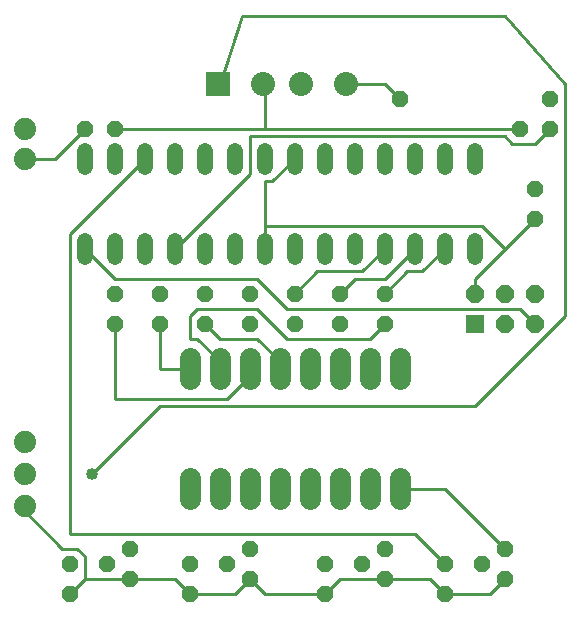
<source format=gbl>
G75*
G70*
%OFA0B0*%
%FSLAX24Y24*%
%IPPOS*%
%LPD*%
%AMOC8*
5,1,8,0,0,1.08239X$1,22.5*
%
%ADD10C,0.0700*%
%ADD11OC8,0.0520*%
%ADD12C,0.0520*%
%ADD13R,0.0600X0.0600*%
%ADD14OC8,0.0600*%
%ADD15R,0.0800X0.0800*%
%ADD16C,0.0800*%
%ADD17C,0.0740*%
%ADD18C,0.0100*%
%ADD19C,0.0400*%
D10*
X006621Y003751D02*
X006621Y004451D01*
X007621Y004451D02*
X007621Y003751D01*
X008621Y003751D02*
X008621Y004451D01*
X009621Y004451D02*
X009621Y003751D01*
X010621Y003751D02*
X010621Y004451D01*
X011621Y004451D02*
X011621Y003751D01*
X012621Y003751D02*
X012621Y004451D01*
X013621Y004451D02*
X013621Y003751D01*
X013621Y007751D02*
X013621Y008451D01*
X012621Y008451D02*
X012621Y007751D01*
X011621Y007751D02*
X011621Y008451D01*
X010621Y008451D02*
X010621Y007751D01*
X009621Y007751D02*
X009621Y008451D01*
X008621Y008451D02*
X008621Y007751D01*
X007621Y007751D02*
X007621Y008451D01*
X006621Y008451D02*
X006621Y007751D01*
D11*
X007121Y009601D03*
X007121Y010601D03*
X008621Y010601D03*
X008621Y009601D03*
X010121Y009601D03*
X010121Y010601D03*
X011621Y010601D03*
X011621Y009601D03*
X013121Y009601D03*
X013121Y010601D03*
X018121Y013101D03*
X018121Y014101D03*
X017621Y016101D03*
X018621Y016101D03*
X018621Y017101D03*
X013621Y017101D03*
X005621Y010601D03*
X005621Y009601D03*
X004121Y009601D03*
X004121Y010601D03*
X004121Y016101D03*
X003121Y016101D03*
X004621Y002101D03*
X003871Y001601D03*
X004621Y001101D03*
X002621Y001601D03*
X002621Y000601D03*
X006621Y000601D03*
X006621Y001601D03*
X007871Y001601D03*
X008621Y002101D03*
X008621Y001101D03*
X011121Y001601D03*
X011121Y000601D03*
X012371Y001601D03*
X013121Y002101D03*
X013121Y001101D03*
X015121Y001601D03*
X015121Y000601D03*
X016371Y001601D03*
X017121Y002101D03*
X017121Y001101D03*
D12*
X016121Y011841D02*
X016121Y012361D01*
X015121Y012361D02*
X015121Y011841D01*
X014121Y011841D02*
X014121Y012361D01*
X013121Y012361D02*
X013121Y011841D01*
X012121Y011841D02*
X012121Y012361D01*
X011121Y012361D02*
X011121Y011841D01*
X010121Y011841D02*
X010121Y012361D01*
X009121Y012361D02*
X009121Y011841D01*
X008121Y011841D02*
X008121Y012361D01*
X007121Y012361D02*
X007121Y011841D01*
X006121Y011841D02*
X006121Y012361D01*
X005121Y012361D02*
X005121Y011841D01*
X004121Y011841D02*
X004121Y012361D01*
X003121Y012361D02*
X003121Y011841D01*
X003121Y014841D02*
X003121Y015361D01*
X004121Y015361D02*
X004121Y014841D01*
X005121Y014841D02*
X005121Y015361D01*
X006121Y015361D02*
X006121Y014841D01*
X007121Y014841D02*
X007121Y015361D01*
X008121Y015361D02*
X008121Y014841D01*
X009121Y014841D02*
X009121Y015361D01*
X010121Y015361D02*
X010121Y014841D01*
X011121Y014841D02*
X011121Y015361D01*
X012121Y015361D02*
X012121Y014841D01*
X013121Y014841D02*
X013121Y015361D01*
X014121Y015361D02*
X014121Y014841D01*
X015121Y014841D02*
X015121Y015361D01*
X016121Y015361D02*
X016121Y014841D01*
D13*
X016121Y009601D03*
D14*
X016121Y010601D03*
X017121Y010601D03*
X018121Y010601D03*
X018121Y009601D03*
X017121Y009601D03*
D15*
X007551Y017601D03*
D16*
X009069Y017601D03*
X010307Y017601D03*
X011825Y017601D03*
D17*
X001121Y016101D03*
X001121Y015101D03*
X001121Y005671D03*
X001121Y004601D03*
X001121Y003531D03*
D18*
X002371Y002101D02*
X002871Y002101D01*
X003121Y001851D01*
X003121Y001101D01*
X004621Y001101D01*
X006121Y001101D01*
X006621Y000601D01*
X008121Y000601D01*
X008621Y001101D01*
X009121Y000601D01*
X011121Y000601D01*
X011621Y001101D01*
X013121Y001101D01*
X014621Y001101D01*
X015121Y000601D01*
X016621Y000601D01*
X017121Y001101D01*
X017121Y002101D02*
X015121Y004101D01*
X013621Y004101D01*
X014121Y002601D02*
X015121Y001601D01*
X014121Y002601D02*
X002621Y002601D01*
X002621Y012601D01*
X005121Y015101D01*
X004121Y016101D02*
X009121Y016101D01*
X017621Y016101D01*
X017121Y015851D02*
X017371Y015601D01*
X018121Y015601D01*
X018621Y016101D01*
X017121Y015851D02*
X008621Y015851D01*
X008621Y014601D01*
X006121Y012101D01*
X006871Y010101D02*
X006621Y009851D01*
X006621Y009101D01*
X006871Y009101D01*
X007621Y008351D01*
X007621Y008101D01*
X007621Y009101D02*
X008871Y009101D01*
X009621Y008351D01*
X009621Y008101D01*
X008621Y008101D02*
X008621Y007851D01*
X007871Y007101D01*
X004121Y007101D01*
X004121Y009601D01*
X004121Y011101D02*
X008871Y011101D01*
X009871Y010101D01*
X017621Y010101D01*
X018121Y009601D01*
X019121Y009851D02*
X019121Y017601D01*
X017121Y019851D01*
X008371Y019851D01*
X007621Y017601D01*
X007551Y017601D01*
X009069Y017601D02*
X009121Y017601D01*
X009121Y016101D01*
X010121Y015101D02*
X009371Y014351D01*
X009121Y014351D01*
X009121Y012851D01*
X016371Y012851D01*
X017121Y012101D01*
X018121Y013101D01*
X017121Y012101D02*
X016121Y011101D01*
X016121Y010601D01*
X015121Y012101D02*
X014371Y011351D01*
X013871Y011351D01*
X013121Y010601D01*
X013121Y011101D02*
X014121Y012101D01*
X013121Y012101D02*
X012371Y011351D01*
X010871Y011351D01*
X010121Y010601D01*
X008871Y010101D02*
X006871Y010101D01*
X007121Y009601D02*
X007621Y009101D01*
X006621Y008101D02*
X005621Y008101D01*
X005621Y009601D01*
X004121Y011101D02*
X003121Y012101D01*
X002121Y015101D02*
X001121Y015101D01*
X002121Y015101D02*
X003121Y016101D01*
X008871Y010101D02*
X009871Y009101D01*
X012621Y009101D01*
X013121Y009601D01*
X013121Y011101D02*
X012121Y011101D01*
X011621Y010601D01*
X009121Y012101D02*
X009121Y012851D01*
X013621Y017101D02*
X013121Y017601D01*
X011825Y017601D01*
X019121Y009851D02*
X016121Y006851D01*
X005621Y006851D01*
X003371Y004601D01*
X001121Y003531D02*
X001121Y003351D01*
X002371Y002101D01*
X003121Y001101D02*
X002621Y000601D01*
D19*
X003371Y004601D03*
M02*

</source>
